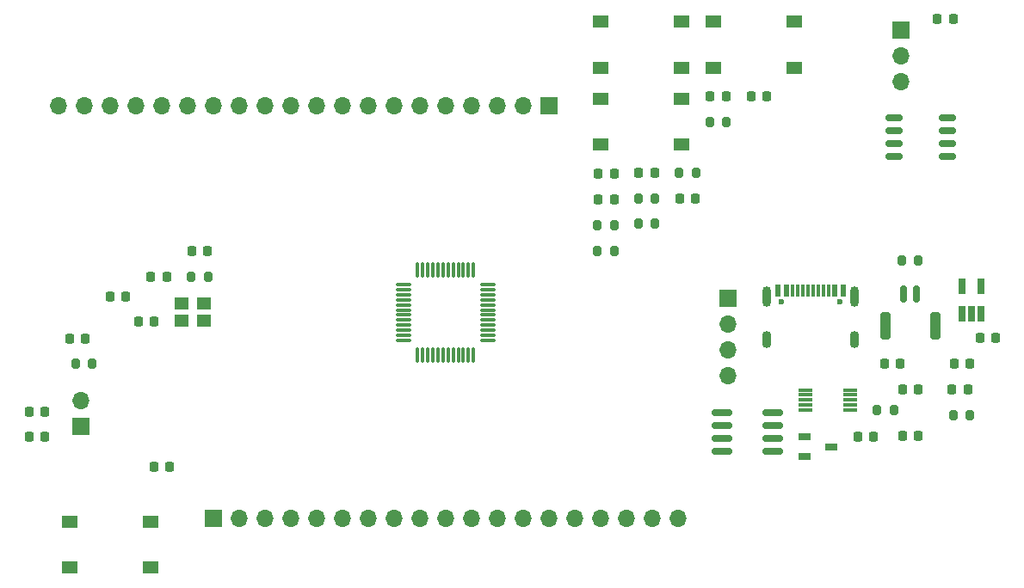
<source format=gbr>
%TF.GenerationSoftware,KiCad,Pcbnew,(6.0.7)*%
%TF.CreationDate,2022-10-09T18:36:03+08:00*%
%TF.ProjectId,DynamicX_1,44796e61-6d69-4635-985f-312e6b696361,rev?*%
%TF.SameCoordinates,Original*%
%TF.FileFunction,Soldermask,Top*%
%TF.FilePolarity,Negative*%
%FSLAX46Y46*%
G04 Gerber Fmt 4.6, Leading zero omitted, Abs format (unit mm)*
G04 Created by KiCad (PCBNEW (6.0.7)) date 2022-10-09 18:36:03*
%MOMM*%
%LPD*%
G01*
G04 APERTURE LIST*
G04 Aperture macros list*
%AMRoundRect*
0 Rectangle with rounded corners*
0 $1 Rounding radius*
0 $2 $3 $4 $5 $6 $7 $8 $9 X,Y pos of 4 corners*
0 Add a 4 corners polygon primitive as box body*
4,1,4,$2,$3,$4,$5,$6,$7,$8,$9,$2,$3,0*
0 Add four circle primitives for the rounded corners*
1,1,$1+$1,$2,$3*
1,1,$1+$1,$4,$5*
1,1,$1+$1,$6,$7*
1,1,$1+$1,$8,$9*
0 Add four rect primitives between the rounded corners*
20,1,$1+$1,$2,$3,$4,$5,0*
20,1,$1+$1,$4,$5,$6,$7,0*
20,1,$1+$1,$6,$7,$8,$9,0*
20,1,$1+$1,$8,$9,$2,$3,0*%
G04 Aperture macros list end*
%ADD10R,1.550000X1.300000*%
%ADD11RoundRect,0.200000X-0.200000X-0.275000X0.200000X-0.275000X0.200000X0.275000X-0.200000X0.275000X0*%
%ADD12RoundRect,0.225000X-0.225000X-0.250000X0.225000X-0.250000X0.225000X0.250000X-0.225000X0.250000X0*%
%ADD13RoundRect,0.218750X-0.218750X-0.256250X0.218750X-0.256250X0.218750X0.256250X-0.218750X0.256250X0*%
%ADD14R,1.400000X1.200000*%
%ADD15R,1.700000X1.700000*%
%ADD16O,1.700000X1.700000*%
%ADD17R,1.400000X0.300000*%
%ADD18R,1.220000X0.650000*%
%ADD19RoundRect,0.200000X0.200000X0.275000X-0.200000X0.275000X-0.200000X-0.275000X0.200000X-0.275000X0*%
%ADD20RoundRect,0.225000X0.225000X0.250000X-0.225000X0.250000X-0.225000X-0.250000X0.225000X-0.250000X0*%
%ADD21R,0.650000X1.560000*%
%ADD22RoundRect,0.150000X-0.675000X-0.150000X0.675000X-0.150000X0.675000X0.150000X-0.675000X0.150000X0*%
%ADD23RoundRect,0.150000X-0.150000X-0.700000X0.150000X-0.700000X0.150000X0.700000X-0.150000X0.700000X0*%
%ADD24RoundRect,0.250000X-0.250000X-1.100000X0.250000X-1.100000X0.250000X1.100000X-0.250000X1.100000X0*%
%ADD25RoundRect,0.150000X-0.825000X-0.150000X0.825000X-0.150000X0.825000X0.150000X-0.825000X0.150000X0*%
%ADD26RoundRect,0.075000X-0.662500X-0.075000X0.662500X-0.075000X0.662500X0.075000X-0.662500X0.075000X0*%
%ADD27RoundRect,0.075000X-0.075000X-0.662500X0.075000X-0.662500X0.075000X0.662500X-0.075000X0.662500X0*%
%ADD28C,0.600000*%
%ADD29R,0.600000X1.160000*%
%ADD30R,0.300000X1.160000*%
%ADD31O,0.900000X1.700000*%
%ADD32O,0.900000X2.000000*%
G04 APERTURE END LIST*
D10*
%TO.C,SW3*%
X132135000Y-55165000D03*
X140085000Y-55165000D03*
X140085000Y-59665000D03*
X132135000Y-59665000D03*
%TD*%
D11*
%TO.C,R11*%
X131765000Y-67640000D03*
X133415000Y-67640000D03*
%TD*%
%TO.C,R3*%
X161735000Y-71120000D03*
X163385000Y-71120000D03*
%TD*%
D12*
%TO.C,C17*%
X146915000Y-54880000D03*
X148465000Y-54880000D03*
%TD*%
D13*
%TO.C,D3*%
X142892500Y-54920000D03*
X144467500Y-54920000D03*
%TD*%
D14*
%TO.C,Y1*%
X93110000Y-75310000D03*
X90910000Y-75310000D03*
X90910000Y-77010000D03*
X93110000Y-77010000D03*
%TD*%
D15*
%TO.C,J4*%
X93990000Y-96520000D03*
D16*
X96530000Y-96520000D03*
X99070000Y-96520000D03*
X101610000Y-96520000D03*
X104150000Y-96520000D03*
X106690000Y-96520000D03*
X109230000Y-96520000D03*
X111770000Y-96520000D03*
X114310000Y-96520000D03*
X116850000Y-96520000D03*
X119390000Y-96520000D03*
X121930000Y-96520000D03*
X124470000Y-96520000D03*
X127010000Y-96520000D03*
X129550000Y-96520000D03*
X132090000Y-96520000D03*
X134630000Y-96520000D03*
X137170000Y-96520000D03*
X139710000Y-96520000D03*
%TD*%
D12*
%TO.C,C16*%
X135865000Y-62460000D03*
X137415000Y-62460000D03*
%TD*%
D17*
%TO.C,U3*%
X152240000Y-83830000D03*
X152240000Y-84330000D03*
X152240000Y-84830000D03*
X152240000Y-85330000D03*
X152240000Y-85830000D03*
X156640000Y-85830000D03*
X156640000Y-85330000D03*
X156640000Y-84830000D03*
X156640000Y-84330000D03*
X156640000Y-83830000D03*
%TD*%
D15*
%TO.C,J7*%
X161670000Y-48370000D03*
D16*
X161670000Y-50910000D03*
X161670000Y-53450000D03*
%TD*%
D15*
%TO.C,J5*%
X127000000Y-55880000D03*
D16*
X124460000Y-55880000D03*
X121920000Y-55880000D03*
X119380000Y-55880000D03*
X116840000Y-55880000D03*
X114300000Y-55880000D03*
X111760000Y-55880000D03*
X109220000Y-55880000D03*
X106680000Y-55880000D03*
X104140000Y-55880000D03*
X101600000Y-55880000D03*
X99060000Y-55880000D03*
X96520000Y-55880000D03*
X93980000Y-55880000D03*
X91440000Y-55880000D03*
X88900000Y-55880000D03*
X86360000Y-55880000D03*
X83820000Y-55880000D03*
X81280000Y-55880000D03*
X78740000Y-55880000D03*
%TD*%
D12*
%TO.C,C2*%
X160020000Y-81280000D03*
X161570000Y-81280000D03*
%TD*%
D18*
%TO.C,Q1*%
X152150000Y-88480000D03*
X152150000Y-90380000D03*
X154770000Y-89430000D03*
%TD*%
D12*
%TO.C,C7*%
X161785000Y-88340000D03*
X163335000Y-88340000D03*
%TD*%
%TO.C,C18*%
X139875000Y-64970000D03*
X141425000Y-64970000D03*
%TD*%
D11*
%TO.C,R10*%
X142815000Y-57470000D03*
X144465000Y-57470000D03*
%TD*%
D19*
%TO.C,R4*%
X82105000Y-81280000D03*
X80455000Y-81280000D03*
%TD*%
D20*
%TO.C,C10*%
X77405000Y-85970000D03*
X75855000Y-85970000D03*
%TD*%
%TO.C,C14*%
X88155000Y-77130000D03*
X86605000Y-77130000D03*
%TD*%
%TO.C,C8*%
X85385000Y-74620000D03*
X83835000Y-74620000D03*
%TD*%
D11*
%TO.C,R6*%
X139825000Y-62460000D03*
X141475000Y-62460000D03*
%TD*%
D21*
%TO.C,U1*%
X167640000Y-76360000D03*
X168590000Y-76360000D03*
X169540000Y-76360000D03*
X169540000Y-73660000D03*
X167640000Y-73660000D03*
%TD*%
D20*
%TO.C,C15*%
X93405000Y-70170000D03*
X91855000Y-70170000D03*
%TD*%
D11*
%TO.C,R7*%
X131765000Y-70150000D03*
X133415000Y-70150000D03*
%TD*%
D12*
%TO.C,C4*%
X166665000Y-83810000D03*
X168215000Y-83810000D03*
%TD*%
D10*
%TO.C,SW2*%
X143185000Y-47585000D03*
X151135000Y-47585000D03*
X143185000Y-52085000D03*
X151135000Y-52085000D03*
%TD*%
D22*
%TO.C,U5*%
X160945000Y-57065000D03*
X160945000Y-58335000D03*
X160945000Y-59605000D03*
X160945000Y-60875000D03*
X166195000Y-60875000D03*
X166195000Y-59605000D03*
X166195000Y-58335000D03*
X166195000Y-57065000D03*
%TD*%
D19*
%TO.C,R2*%
X168465000Y-86360000D03*
X166815000Y-86360000D03*
%TD*%
D12*
%TO.C,C1*%
X169405000Y-78740000D03*
X170955000Y-78740000D03*
%TD*%
%TO.C,C9*%
X88125000Y-91440000D03*
X89675000Y-91440000D03*
%TD*%
D10*
%TO.C,SW1*%
X87795000Y-96810000D03*
X79845000Y-96810000D03*
X79845000Y-101310000D03*
X87795000Y-101310000D03*
%TD*%
%TO.C,SW4*%
X140085000Y-47585000D03*
X132135000Y-47585000D03*
X132135000Y-52085000D03*
X140085000Y-52085000D03*
%TD*%
D12*
%TO.C,C5*%
X161785000Y-83820000D03*
X163335000Y-83820000D03*
%TD*%
D23*
%TO.C,J3*%
X161935000Y-74350000D03*
X163185000Y-74350000D03*
D24*
X160085000Y-77550000D03*
X165035000Y-77550000D03*
%TD*%
D11*
%TO.C,R1*%
X159295000Y-85830000D03*
X160945000Y-85830000D03*
%TD*%
D25*
%TO.C,U2*%
X144065000Y-86045000D03*
X144065000Y-87315000D03*
X144065000Y-88585000D03*
X144065000Y-89855000D03*
X149015000Y-89855000D03*
X149015000Y-88585000D03*
X149015000Y-87315000D03*
X149015000Y-86045000D03*
%TD*%
D12*
%TO.C,C6*%
X157385000Y-88460000D03*
X158935000Y-88460000D03*
%TD*%
D26*
%TO.C,U4*%
X112677500Y-73450000D03*
X112677500Y-73950000D03*
X112677500Y-74450000D03*
X112677500Y-74950000D03*
X112677500Y-75450000D03*
X112677500Y-75950000D03*
X112677500Y-76450000D03*
X112677500Y-76950000D03*
X112677500Y-77450000D03*
X112677500Y-77950000D03*
X112677500Y-78450000D03*
X112677500Y-78950000D03*
D27*
X114090000Y-80362500D03*
X114590000Y-80362500D03*
X115090000Y-80362500D03*
X115590000Y-80362500D03*
X116090000Y-80362500D03*
X116590000Y-80362500D03*
X117090000Y-80362500D03*
X117590000Y-80362500D03*
X118090000Y-80362500D03*
X118590000Y-80362500D03*
X119090000Y-80362500D03*
X119590000Y-80362500D03*
D26*
X121002500Y-78950000D03*
X121002500Y-78450000D03*
X121002500Y-77950000D03*
X121002500Y-77450000D03*
X121002500Y-76950000D03*
X121002500Y-76450000D03*
X121002500Y-75950000D03*
X121002500Y-75450000D03*
X121002500Y-74950000D03*
X121002500Y-74450000D03*
X121002500Y-73950000D03*
X121002500Y-73450000D03*
D27*
X119590000Y-72037500D03*
X119090000Y-72037500D03*
X118590000Y-72037500D03*
X118090000Y-72037500D03*
X117590000Y-72037500D03*
X117090000Y-72037500D03*
X116590000Y-72037500D03*
X116090000Y-72037500D03*
X115590000Y-72037500D03*
X115090000Y-72037500D03*
X114590000Y-72037500D03*
X114090000Y-72037500D03*
%TD*%
D20*
%TO.C,C13*%
X77405000Y-88480000D03*
X75855000Y-88480000D03*
%TD*%
D12*
%TO.C,C19*%
X165225000Y-47300000D03*
X166775000Y-47300000D03*
%TD*%
D13*
%TO.C,D1*%
X131842500Y-62500000D03*
X133417500Y-62500000D03*
%TD*%
D11*
%TO.C,R9*%
X135815000Y-67480000D03*
X137465000Y-67480000D03*
%TD*%
D28*
%TO.C,J1*%
X149870000Y-75140000D03*
X155650000Y-75140000D03*
D29*
X149560000Y-74080000D03*
X150360000Y-74080000D03*
D30*
X151510000Y-74080000D03*
X152510000Y-74080000D03*
X153010000Y-74080000D03*
X154010000Y-74080000D03*
D29*
X155160000Y-74080000D03*
X155960000Y-74080000D03*
X155960000Y-74080000D03*
X155160000Y-74080000D03*
D30*
X154510000Y-74080000D03*
X153510000Y-74080000D03*
X152010000Y-74080000D03*
X151010000Y-74080000D03*
D29*
X150360000Y-74080000D03*
X149560000Y-74080000D03*
D31*
X148440000Y-78830000D03*
D32*
X157080000Y-74660000D03*
X148440000Y-74660000D03*
D31*
X157080000Y-78830000D03*
%TD*%
D20*
%TO.C,C11*%
X89395000Y-72680000D03*
X87845000Y-72680000D03*
%TD*%
D15*
%TO.C,J2*%
X144640000Y-74800000D03*
D16*
X144640000Y-77340000D03*
X144640000Y-79880000D03*
X144640000Y-82420000D03*
%TD*%
D12*
%TO.C,C3*%
X166865000Y-81280000D03*
X168415000Y-81280000D03*
%TD*%
D15*
%TO.C,J6*%
X80960000Y-87410000D03*
D16*
X80960000Y-84870000D03*
%TD*%
D11*
%TO.C,R8*%
X135815000Y-64970000D03*
X137465000Y-64970000D03*
%TD*%
D13*
%TO.C,D2*%
X133417500Y-65090000D03*
X131842500Y-65090000D03*
%TD*%
D20*
%TO.C,C12*%
X81375000Y-78770000D03*
X79825000Y-78770000D03*
%TD*%
D19*
%TO.C,R5*%
X93455000Y-72680000D03*
X91805000Y-72680000D03*
%TD*%
M02*

</source>
